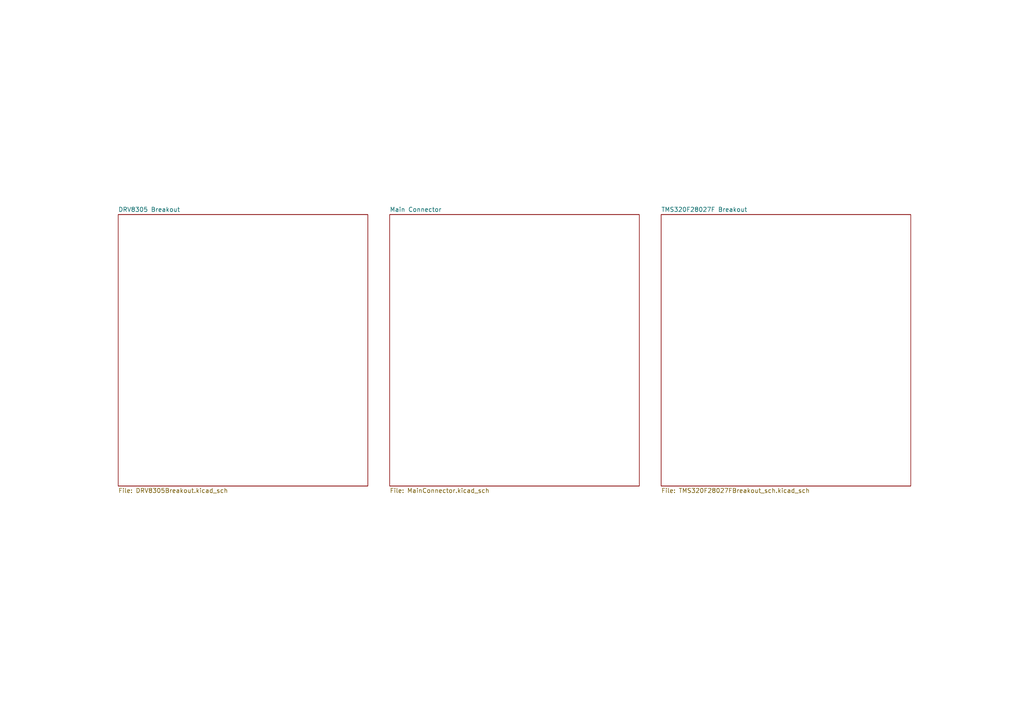
<source format=kicad_sch>
(kicad_sch
	(version 20231120)
	(generator "eeschema")
	(generator_version "8.0")
	(uuid "6c304649-7c80-4a4c-b925-07b9210ad53d")
	(paper "A4")
	(title_block
		(title "Easy ESC")
		(date "2024-08-06")
		(rev "1.0")
		(company "Buckley Boards ")
	)
	(lib_symbols)
	(sheet
		(at 113.03 62.23)
		(size 72.39 78.74)
		(fields_autoplaced yes)
		(stroke
			(width 0.1524)
			(type solid)
		)
		(fill
			(color 0 0 0 0.0000)
		)
		(uuid "22fb4715-9f33-45f1-b8d4-9537d945fe69")
		(property "Sheetname" "Main Connector"
			(at 113.03 61.5184 0)
			(effects
				(font
					(size 1.27 1.27)
				)
				(justify left bottom)
			)
		)
		(property "Sheetfile" "MainConnector.kicad_sch"
			(at 113.03 141.5546 0)
			(effects
				(font
					(size 1.27 1.27)
				)
				(justify left top)
			)
		)
		(instances
			(project "EasyBLDCV1_DRV8305"
				(path "/6c304649-7c80-4a4c-b925-07b9210ad53d"
					(page "1")
				)
			)
		)
	)
	(sheet
		(at 191.77 62.23)
		(size 72.39 78.74)
		(fields_autoplaced yes)
		(stroke
			(width 0.1524)
			(type solid)
		)
		(fill
			(color 0 0 0 0.0000)
		)
		(uuid "8049925a-2faa-4187-b86e-b6208aed2e10")
		(property "Sheetname" "TMS320F28027F Breakout"
			(at 191.77 61.5184 0)
			(effects
				(font
					(size 1.27 1.27)
				)
				(justify left bottom)
			)
		)
		(property "Sheetfile" "TMS320F28027FBreakout_sch.kicad_sch"
			(at 191.77 141.5546 0)
			(effects
				(font
					(size 1.27 1.27)
				)
				(justify left top)
			)
		)
		(instances
			(project "EasyBLDCV1_DRV8305"
				(path "/6c304649-7c80-4a4c-b925-07b9210ad53d"
					(page "3")
				)
			)
		)
	)
	(sheet
		(at 34.29 62.23)
		(size 72.39 78.74)
		(fields_autoplaced yes)
		(stroke
			(width 0.1524)
			(type solid)
		)
		(fill
			(color 0 0 0 0.0000)
		)
		(uuid "8a0cf24a-00c0-47a8-b582-1a7bbe5ca078")
		(property "Sheetname" "DRV8305 Breakout"
			(at 34.29 61.5184 0)
			(effects
				(font
					(size 1.27 1.27)
				)
				(justify left bottom)
			)
		)
		(property "Sheetfile" "DRV8305Breakout.kicad_sch"
			(at 34.29 141.5546 0)
			(effects
				(font
					(size 1.27 1.27)
				)
				(justify left top)
			)
		)
		(instances
			(project "EasyBLDCV1_DRV8305"
				(path "/6c304649-7c80-4a4c-b925-07b9210ad53d"
					(page "2")
				)
			)
		)
	)
	(sheet_instances
		(path "/"
			(page "1")
		)
	)
)

</source>
